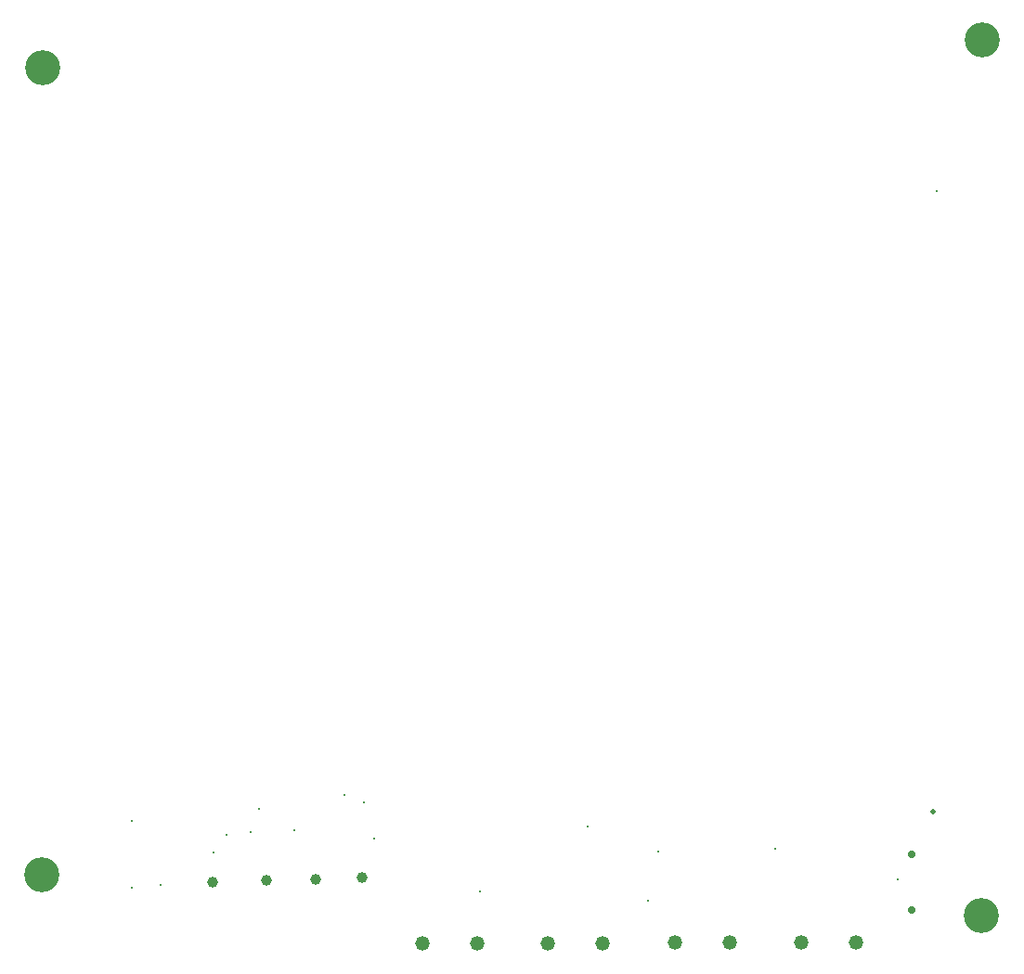
<source format=gbr>
%TF.GenerationSoftware,KiCad,Pcbnew,8.0.2-1*%
%TF.CreationDate,2024-08-29T11:45:23-05:00*%
%TF.ProjectId,BattBoard,42617474-426f-4617-9264-2e6b69636164,rev?*%
%TF.SameCoordinates,Original*%
%TF.FileFunction,Plated,1,2,PTH,Drill*%
%TF.FilePolarity,Positive*%
%FSLAX46Y46*%
G04 Gerber Fmt 4.6, Leading zero omitted, Abs format (unit mm)*
G04 Created by KiCad (PCBNEW 8.0.2-1) date 2024-08-29 11:45:23*
%MOMM*%
%LPD*%
G01*
G04 APERTURE LIST*
%TA.AperFunction,ViaDrill*%
%ADD10C,0.300000*%
%TD*%
%TA.AperFunction,ComponentDrill*%
%ADD11C,0.500000*%
%TD*%
%TA.AperFunction,ComponentDrill*%
%ADD12C,0.700000*%
%TD*%
%TA.AperFunction,ComponentDrill*%
%ADD13C,1.000000*%
%TD*%
%TA.AperFunction,ComponentDrill*%
%ADD14C,1.320000*%
%TD*%
%TA.AperFunction,ComponentDrill*%
%ADD15C,3.200000*%
%TD*%
G04 APERTURE END LIST*
D10*
X105988000Y-128152000D03*
X106012000Y-122073000D03*
X108638000Y-127881000D03*
X113400000Y-124900000D03*
X114579000Y-123329000D03*
X116800000Y-123100000D03*
X117538000Y-120921000D03*
X120800000Y-122900000D03*
X125374000Y-119665000D03*
X127146000Y-120338000D03*
X128062000Y-123629000D03*
X137752000Y-128530000D03*
X147504000Y-122537000D03*
X153064000Y-129374000D03*
X153946000Y-124887000D03*
X164682000Y-124583000D03*
X175800000Y-127400000D03*
X179410000Y-64577600D03*
D11*
%TO.C,J1*%
X178999600Y-121250000D03*
D12*
%TO.C,TH1*%
X177099600Y-125110000D03*
X177099600Y-130190000D03*
D13*
%TO.C,TP1*%
X113350000Y-127675000D03*
%TO.C,TP2*%
X118225000Y-127500000D03*
%TO.C,TP3*%
X122700000Y-127425000D03*
%TO.C,TP4*%
X126950000Y-127250000D03*
D14*
%TO.C,J6*%
X132450000Y-133225000D03*
X137450000Y-133225000D03*
%TO.C,J5*%
X143925000Y-133250000D03*
X148925000Y-133250000D03*
%TO.C,J4*%
X155500000Y-133150000D03*
X160500000Y-133150000D03*
%TO.C,J3*%
X167025000Y-133150000D03*
X172025000Y-133150000D03*
D15*
%TO.C,H3*%
X97775000Y-126950000D03*
%TO.C,H1*%
X97825000Y-53325000D03*
%TO.C,H4*%
X183475000Y-130700000D03*
%TO.C,H2*%
X183550000Y-50800000D03*
M02*

</source>
